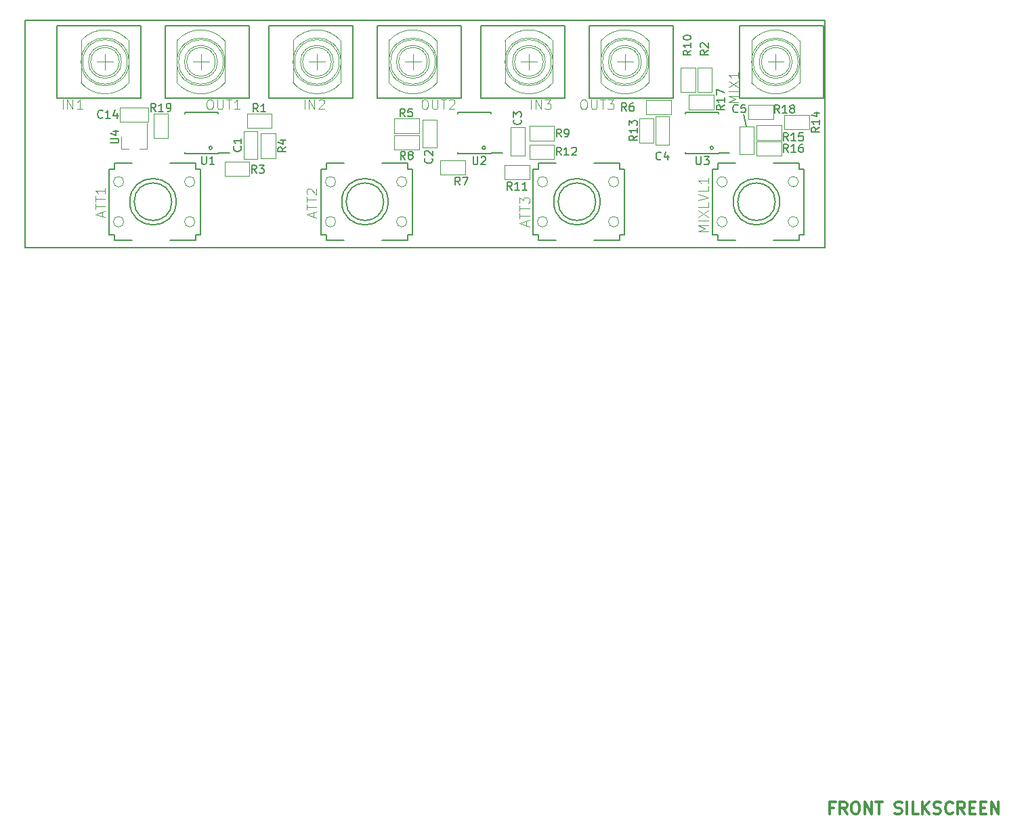
<source format=gto>
G04 #@! TF.GenerationSoftware,KiCad,Pcbnew,(5.0.1)-3*
G04 #@! TF.CreationDate,2019-07-10T07:46:58-07:00*
G04 #@! TF.ProjectId,active_3attMix_v2,6163746976655F336174744D69785F76,V3*
G04 #@! TF.SameCoordinates,Original*
G04 #@! TF.FileFunction,Legend,Top*
G04 #@! TF.FilePolarity,Positive*
%FSLAX46Y46*%
G04 Gerber Fmt 4.6, Leading zero omitted, Abs format (unit mm)*
G04 Created by KiCad (PCBNEW (5.0.1)-3) date 7/10/2019 7:46:58 AM*
%MOMM*%
%LPD*%
G01*
G04 APERTURE LIST*
%ADD10C,0.300000*%
%ADD11C,0.200000*%
%ADD12C,0.150000*%
%ADD13C,0.101600*%
%ADD14C,0.127000*%
%ADD15C,0.120000*%
%ADD16C,0.100000*%
%ADD17C,0.203200*%
%ADD18C,0.096520*%
G04 APERTURE END LIST*
D10*
X199616642Y-189313357D02*
X199116642Y-189313357D01*
X199116642Y-190099071D02*
X199116642Y-188599071D01*
X199830928Y-188599071D01*
X201259500Y-190099071D02*
X200759500Y-189384785D01*
X200402357Y-190099071D02*
X200402357Y-188599071D01*
X200973785Y-188599071D01*
X201116642Y-188670500D01*
X201188071Y-188741928D01*
X201259500Y-188884785D01*
X201259500Y-189099071D01*
X201188071Y-189241928D01*
X201116642Y-189313357D01*
X200973785Y-189384785D01*
X200402357Y-189384785D01*
X202188071Y-188599071D02*
X202473785Y-188599071D01*
X202616642Y-188670500D01*
X202759500Y-188813357D01*
X202830928Y-189099071D01*
X202830928Y-189599071D01*
X202759500Y-189884785D01*
X202616642Y-190027642D01*
X202473785Y-190099071D01*
X202188071Y-190099071D01*
X202045214Y-190027642D01*
X201902357Y-189884785D01*
X201830928Y-189599071D01*
X201830928Y-189099071D01*
X201902357Y-188813357D01*
X202045214Y-188670500D01*
X202188071Y-188599071D01*
X203473785Y-190099071D02*
X203473785Y-188599071D01*
X204330928Y-190099071D01*
X204330928Y-188599071D01*
X204830928Y-188599071D02*
X205688071Y-188599071D01*
X205259500Y-190099071D02*
X205259500Y-188599071D01*
X207259500Y-190027642D02*
X207473785Y-190099071D01*
X207830928Y-190099071D01*
X207973785Y-190027642D01*
X208045214Y-189956214D01*
X208116642Y-189813357D01*
X208116642Y-189670500D01*
X208045214Y-189527642D01*
X207973785Y-189456214D01*
X207830928Y-189384785D01*
X207545214Y-189313357D01*
X207402357Y-189241928D01*
X207330928Y-189170500D01*
X207259500Y-189027642D01*
X207259500Y-188884785D01*
X207330928Y-188741928D01*
X207402357Y-188670500D01*
X207545214Y-188599071D01*
X207902357Y-188599071D01*
X208116642Y-188670500D01*
X208759500Y-190099071D02*
X208759500Y-188599071D01*
X210188071Y-190099071D02*
X209473785Y-190099071D01*
X209473785Y-188599071D01*
X210688071Y-190099071D02*
X210688071Y-188599071D01*
X211545214Y-190099071D02*
X210902357Y-189241928D01*
X211545214Y-188599071D02*
X210688071Y-189456214D01*
X212116642Y-190027642D02*
X212330928Y-190099071D01*
X212688071Y-190099071D01*
X212830928Y-190027642D01*
X212902357Y-189956214D01*
X212973785Y-189813357D01*
X212973785Y-189670500D01*
X212902357Y-189527642D01*
X212830928Y-189456214D01*
X212688071Y-189384785D01*
X212402357Y-189313357D01*
X212259500Y-189241928D01*
X212188071Y-189170500D01*
X212116642Y-189027642D01*
X212116642Y-188884785D01*
X212188071Y-188741928D01*
X212259500Y-188670500D01*
X212402357Y-188599071D01*
X212759500Y-188599071D01*
X212973785Y-188670500D01*
X214473785Y-189956214D02*
X214402357Y-190027642D01*
X214188071Y-190099071D01*
X214045214Y-190099071D01*
X213830928Y-190027642D01*
X213688071Y-189884785D01*
X213616642Y-189741928D01*
X213545214Y-189456214D01*
X213545214Y-189241928D01*
X213616642Y-188956214D01*
X213688071Y-188813357D01*
X213830928Y-188670500D01*
X214045214Y-188599071D01*
X214188071Y-188599071D01*
X214402357Y-188670500D01*
X214473785Y-188741928D01*
X215973785Y-190099071D02*
X215473785Y-189384785D01*
X215116642Y-190099071D02*
X215116642Y-188599071D01*
X215688071Y-188599071D01*
X215830928Y-188670500D01*
X215902357Y-188741928D01*
X215973785Y-188884785D01*
X215973785Y-189099071D01*
X215902357Y-189241928D01*
X215830928Y-189313357D01*
X215688071Y-189384785D01*
X215116642Y-189384785D01*
X216616642Y-189313357D02*
X217116642Y-189313357D01*
X217330928Y-190099071D02*
X216616642Y-190099071D01*
X216616642Y-188599071D01*
X217330928Y-188599071D01*
X217973785Y-189313357D02*
X218473785Y-189313357D01*
X218688071Y-190099071D02*
X217973785Y-190099071D01*
X217973785Y-188599071D01*
X218688071Y-188599071D01*
X219330928Y-190099071D02*
X219330928Y-188599071D01*
X220188071Y-190099071D01*
X220188071Y-188599071D01*
D11*
X121900000Y-106750000D02*
G75*
G03X121900000Y-106750000I-200000J0D01*
G01*
X156050000Y-106750000D02*
G75*
G03X156050000Y-106750000I-200000J0D01*
G01*
X184550000Y-106750000D02*
G75*
G03X184550000Y-106750000I-200000J0D01*
G01*
X188300000Y-102600000D02*
X188650000Y-104100000D01*
D12*
X98501100Y-119238600D02*
X198501100Y-119238600D01*
X198501100Y-119238600D02*
X198501100Y-90768600D01*
X198501100Y-90768600D02*
X98501100Y-90768600D01*
X98501100Y-90768600D02*
X98501100Y-119238600D01*
D13*
G04 #@! TO.C,IN1*
X105510217Y-93353137D02*
G75*
G02X111494000Y-93372000I2983751J-2591963D01*
G01*
X111290600Y-96000000D02*
G75*
G03X111290600Y-96000000I-2790600J0D01*
G01*
X111501600Y-95990000D02*
G75*
G03X111501600Y-95990000I-2991600J0D01*
G01*
X111489751Y-98646865D02*
G75*
G02X105496000Y-98608000I-2980102J2606266D01*
G01*
X110560200Y-96000000D02*
G75*
G03X110560200Y-96000000I-2060200J0D01*
G01*
X108500000Y-97000000D02*
X108500000Y-95000000D01*
X107500000Y-96000000D02*
X109500000Y-96000000D01*
X110300200Y-96000000D02*
G75*
G03X110300200Y-96000000I-1800200J0D01*
G01*
X111500000Y-98631000D02*
X111500000Y-93380000D01*
X105500000Y-98631000D02*
X105500000Y-93380000D01*
D14*
X102505600Y-100495800D02*
X102505600Y-91504200D01*
X112995800Y-100495800D02*
X102505600Y-100495800D01*
X112995800Y-91504200D02*
X112995800Y-100495800D01*
X102505600Y-91504200D02*
X112995800Y-91504200D01*
D13*
G04 #@! TO.C,OUT1*
X123489783Y-98646863D02*
G75*
G02X117506000Y-98628000I-2983751J2591963D01*
G01*
X123290600Y-96000000D02*
G75*
G03X123290600Y-96000000I-2790600J0D01*
G01*
X123481600Y-96010000D02*
G75*
G03X123481600Y-96010000I-2991600J0D01*
G01*
X117510249Y-93353135D02*
G75*
G02X123504000Y-93392000I2980102J-2606266D01*
G01*
X122560200Y-96000000D02*
G75*
G03X122560200Y-96000000I-2060200J0D01*
G01*
X120500000Y-95000000D02*
X120500000Y-97000000D01*
X121500000Y-96000000D02*
X119500000Y-96000000D01*
X122300200Y-96000000D02*
G75*
G03X122300200Y-96000000I-1800200J0D01*
G01*
X117500000Y-93369000D02*
X117500000Y-98620000D01*
X123500000Y-93369000D02*
X123500000Y-98620000D01*
D14*
X126494400Y-91504200D02*
X126494400Y-100495800D01*
X116004200Y-91504200D02*
X126494400Y-91504200D01*
X116004200Y-100495800D02*
X116004200Y-91504200D01*
X126494400Y-100495800D02*
X116004200Y-100495800D01*
D13*
G04 #@! TO.C,IN2*
X132010217Y-93353137D02*
G75*
G02X137994000Y-93372000I2983751J-2591963D01*
G01*
X137790600Y-96000000D02*
G75*
G03X137790600Y-96000000I-2790600J0D01*
G01*
X138001600Y-95990000D02*
G75*
G03X138001600Y-95990000I-2991600J0D01*
G01*
X137989751Y-98646865D02*
G75*
G02X131996000Y-98608000I-2980102J2606266D01*
G01*
X137060200Y-96000000D02*
G75*
G03X137060200Y-96000000I-2060200J0D01*
G01*
X135000000Y-97000000D02*
X135000000Y-95000000D01*
X134000000Y-96000000D02*
X136000000Y-96000000D01*
X136800200Y-96000000D02*
G75*
G03X136800200Y-96000000I-1800200J0D01*
G01*
X138000000Y-98631000D02*
X138000000Y-93380000D01*
X132000000Y-98631000D02*
X132000000Y-93380000D01*
D14*
X129005600Y-100495800D02*
X129005600Y-91504200D01*
X139495800Y-100495800D02*
X129005600Y-100495800D01*
X139495800Y-91504200D02*
X139495800Y-100495800D01*
X129005600Y-91504200D02*
X139495800Y-91504200D01*
D13*
G04 #@! TO.C,OUT2*
X149989783Y-98646863D02*
G75*
G02X144006000Y-98628000I-2983751J2591963D01*
G01*
X149790600Y-96000000D02*
G75*
G03X149790600Y-96000000I-2790600J0D01*
G01*
X149981600Y-96010000D02*
G75*
G03X149981600Y-96010000I-2991600J0D01*
G01*
X144010249Y-93353135D02*
G75*
G02X150004000Y-93392000I2980102J-2606266D01*
G01*
X149060200Y-96000000D02*
G75*
G03X149060200Y-96000000I-2060200J0D01*
G01*
X147000000Y-95000000D02*
X147000000Y-97000000D01*
X148000000Y-96000000D02*
X146000000Y-96000000D01*
X148800200Y-96000000D02*
G75*
G03X148800200Y-96000000I-1800200J0D01*
G01*
X144000000Y-93369000D02*
X144000000Y-98620000D01*
X150000000Y-93369000D02*
X150000000Y-98620000D01*
D14*
X152994400Y-91504200D02*
X152994400Y-100495800D01*
X142504200Y-91504200D02*
X152994400Y-91504200D01*
X142504200Y-100495800D02*
X142504200Y-91504200D01*
X152994400Y-100495800D02*
X142504200Y-100495800D01*
D13*
G04 #@! TO.C,IN3*
X158510217Y-93353137D02*
G75*
G02X164494000Y-93372000I2983751J-2591963D01*
G01*
X164290600Y-96000000D02*
G75*
G03X164290600Y-96000000I-2790600J0D01*
G01*
X164501600Y-95990000D02*
G75*
G03X164501600Y-95990000I-2991600J0D01*
G01*
X164489751Y-98646865D02*
G75*
G02X158496000Y-98608000I-2980102J2606266D01*
G01*
X163560200Y-96000000D02*
G75*
G03X163560200Y-96000000I-2060200J0D01*
G01*
X161500000Y-97000000D02*
X161500000Y-95000000D01*
X160500000Y-96000000D02*
X162500000Y-96000000D01*
X163300200Y-96000000D02*
G75*
G03X163300200Y-96000000I-1800200J0D01*
G01*
X164500000Y-98631000D02*
X164500000Y-93380000D01*
X158500000Y-98631000D02*
X158500000Y-93380000D01*
D14*
X155505600Y-100495800D02*
X155505600Y-91504200D01*
X165995800Y-100495800D02*
X155505600Y-100495800D01*
X165995800Y-91504200D02*
X165995800Y-100495800D01*
X155505600Y-91504200D02*
X165995800Y-91504200D01*
D13*
G04 #@! TO.C,OUT3*
X176489783Y-98646863D02*
G75*
G02X170506000Y-98628000I-2983751J2591963D01*
G01*
X176290600Y-96000000D02*
G75*
G03X176290600Y-96000000I-2790600J0D01*
G01*
X176481600Y-96010000D02*
G75*
G03X176481600Y-96010000I-2991600J0D01*
G01*
X170510249Y-93353135D02*
G75*
G02X176504000Y-93392000I2980102J-2606266D01*
G01*
X175560200Y-96000000D02*
G75*
G03X175560200Y-96000000I-2060200J0D01*
G01*
X173500000Y-95000000D02*
X173500000Y-97000000D01*
X174500000Y-96000000D02*
X172500000Y-96000000D01*
X175300200Y-96000000D02*
G75*
G03X175300200Y-96000000I-1800200J0D01*
G01*
X170500000Y-93369000D02*
X170500000Y-98620000D01*
X176500000Y-93369000D02*
X176500000Y-98620000D01*
D14*
X179494400Y-91504200D02*
X179494400Y-100495800D01*
X169004200Y-91504200D02*
X179494400Y-91504200D01*
X169004200Y-100495800D02*
X169004200Y-91504200D01*
X179494400Y-100495800D02*
X169004200Y-100495800D01*
D13*
G04 #@! TO.C,MIX1*
X195339783Y-98646863D02*
G75*
G02X189356000Y-98628000I-2983751J2591963D01*
G01*
X195140600Y-96000000D02*
G75*
G03X195140600Y-96000000I-2790600J0D01*
G01*
X195331600Y-96010000D02*
G75*
G03X195331600Y-96010000I-2991600J0D01*
G01*
X189360249Y-93353135D02*
G75*
G02X195354000Y-93392000I2980102J-2606266D01*
G01*
X194410200Y-96000000D02*
G75*
G03X194410200Y-96000000I-2060200J0D01*
G01*
X192350000Y-95000000D02*
X192350000Y-97000000D01*
X193350000Y-96000000D02*
X191350000Y-96000000D01*
X194150200Y-96000000D02*
G75*
G03X194150200Y-96000000I-1800200J0D01*
G01*
X189350000Y-93369000D02*
X189350000Y-98620000D01*
X195350000Y-93369000D02*
X195350000Y-98620000D01*
D14*
X198344400Y-91504200D02*
X198344400Y-100495800D01*
X187854200Y-91504200D02*
X198344400Y-91504200D01*
X187854200Y-100495800D02*
X187854200Y-91504200D01*
X198344400Y-100495800D02*
X187854200Y-100495800D01*
D15*
G04 #@! TO.C,U4*
X110570000Y-106860000D02*
X111500000Y-106860000D01*
X113730000Y-106860000D02*
X112800000Y-106860000D01*
X113730000Y-106860000D02*
X113730000Y-103700000D01*
X110570000Y-106860000D02*
X110570000Y-105400000D01*
D12*
G04 #@! TO.C,U1*
X122675000Y-107475000D02*
X122675000Y-107425000D01*
X118525000Y-107475000D02*
X118525000Y-107330000D01*
X118525000Y-102325000D02*
X118525000Y-102470000D01*
X122675000Y-102325000D02*
X122675000Y-102470000D01*
X122675000Y-107475000D02*
X118525000Y-107475000D01*
X122675000Y-102325000D02*
X118525000Y-102325000D01*
X122675000Y-107425000D02*
X124075000Y-107425000D01*
G04 #@! TO.C,U2*
X156775000Y-107475000D02*
X156775000Y-107425000D01*
X152625000Y-107475000D02*
X152625000Y-107330000D01*
X152625000Y-102325000D02*
X152625000Y-102470000D01*
X156775000Y-102325000D02*
X156775000Y-102470000D01*
X156775000Y-107475000D02*
X152625000Y-107475000D01*
X156775000Y-102325000D02*
X152625000Y-102325000D01*
X156775000Y-107425000D02*
X158175000Y-107425000D01*
G04 #@! TO.C,U3*
X185175000Y-107475000D02*
X185175000Y-107425000D01*
X181025000Y-107475000D02*
X181025000Y-107330000D01*
X181025000Y-102325000D02*
X181025000Y-102470000D01*
X185175000Y-102325000D02*
X185175000Y-102470000D01*
X185175000Y-107475000D02*
X181025000Y-107475000D01*
X185175000Y-102325000D02*
X181025000Y-102325000D01*
X185175000Y-107425000D02*
X186575000Y-107425000D01*
D16*
G04 #@! TO.C,C1*
X127570000Y-104650000D02*
X125820000Y-104650000D01*
X125820000Y-108150000D02*
X125820000Y-104650000D01*
X127570000Y-104650000D02*
X127570000Y-108150000D01*
X125820000Y-108150000D02*
X127570000Y-108150000D01*
G04 #@! TO.C,C2*
X149970000Y-103250000D02*
X148220000Y-103250000D01*
X148220000Y-106750000D02*
X148220000Y-103250000D01*
X149970000Y-103250000D02*
X149970000Y-106750000D01*
X148220000Y-106750000D02*
X149970000Y-106750000D01*
G04 #@! TO.C,C3*
X160970000Y-104200000D02*
X159220000Y-104200000D01*
X159220000Y-107700000D02*
X159220000Y-104200000D01*
X160970000Y-104200000D02*
X160970000Y-107700000D01*
X159220000Y-107700000D02*
X160970000Y-107700000D01*
G04 #@! TO.C,C4*
X179070000Y-102850000D02*
X177320000Y-102850000D01*
X177320000Y-106350000D02*
X177320000Y-102850000D01*
X179070000Y-102850000D02*
X179070000Y-106350000D01*
X177320000Y-106350000D02*
X179070000Y-106350000D01*
G04 #@! TO.C,C5*
X189570000Y-104100000D02*
X187820000Y-104100000D01*
X187820000Y-107600000D02*
X187820000Y-104100000D01*
X189570000Y-104100000D02*
X189570000Y-107600000D01*
X187820000Y-107600000D02*
X189570000Y-107600000D01*
G04 #@! TO.C,C14*
X110400000Y-101730000D02*
X110400000Y-103480000D01*
X113900000Y-103480000D02*
X110400000Y-103480000D01*
X110400000Y-101730000D02*
X113900000Y-101730000D01*
X113900000Y-103480000D02*
X113900000Y-101730000D01*
D17*
G04 #@! TO.C,MIXLVL1*
X184450000Y-117600000D02*
X184450000Y-109400000D01*
X195850000Y-109400000D02*
X195850000Y-117600000D01*
X185100000Y-117600000D02*
X185100000Y-118350000D01*
X184450000Y-117600000D02*
X185100000Y-117600000D01*
X195300000Y-117600000D02*
X195850000Y-117600000D01*
X195300000Y-118350000D02*
X195300000Y-117600000D01*
X195300000Y-109400000D02*
X195300000Y-108650000D01*
X195850000Y-109400000D02*
X195300000Y-109400000D01*
X185100000Y-109400000D02*
X184450000Y-109400000D01*
X185100000Y-108650000D02*
X185100000Y-109400000D01*
X187300000Y-118350000D02*
X185100000Y-118350000D01*
X195300000Y-118350000D02*
X192100000Y-118350000D01*
X185100000Y-108650000D02*
X187300000Y-108650000D01*
X192100000Y-108650000D02*
X195300000Y-108650000D01*
D13*
X195200000Y-116000000D02*
G75*
G03X195200000Y-116000000I-650000J0D01*
G01*
X195200000Y-111000000D02*
G75*
G03X195200000Y-111000000I-650000J0D01*
G01*
X186300000Y-116000000D02*
G75*
G03X186300000Y-116000000I-650000J0D01*
G01*
X186300000Y-111000000D02*
G75*
G03X186300000Y-111000000I-650000J0D01*
G01*
D17*
X192850000Y-113500000D02*
G75*
G03X192850000Y-113500000I-2900000J0D01*
G01*
X192300100Y-113500000D02*
G75*
G03X192300100Y-113500000I-2350100J0D01*
G01*
G04 #@! TO.C,ATT3*
X162000000Y-117600000D02*
X162000000Y-109400000D01*
X173400000Y-109400000D02*
X173400000Y-117600000D01*
X162650000Y-117600000D02*
X162650000Y-118350000D01*
X162000000Y-117600000D02*
X162650000Y-117600000D01*
X172850000Y-117600000D02*
X173400000Y-117600000D01*
X172850000Y-118350000D02*
X172850000Y-117600000D01*
X172850000Y-109400000D02*
X172850000Y-108650000D01*
X173400000Y-109400000D02*
X172850000Y-109400000D01*
X162650000Y-109400000D02*
X162000000Y-109400000D01*
X162650000Y-108650000D02*
X162650000Y-109400000D01*
X164850000Y-118350000D02*
X162650000Y-118350000D01*
X172850000Y-118350000D02*
X169650000Y-118350000D01*
X162650000Y-108650000D02*
X164850000Y-108650000D01*
X169650000Y-108650000D02*
X172850000Y-108650000D01*
D13*
X172750000Y-116000000D02*
G75*
G03X172750000Y-116000000I-650000J0D01*
G01*
X172750000Y-111000000D02*
G75*
G03X172750000Y-111000000I-650000J0D01*
G01*
X163850000Y-116000000D02*
G75*
G03X163850000Y-116000000I-650000J0D01*
G01*
X163850000Y-111000000D02*
G75*
G03X163850000Y-111000000I-650000J0D01*
G01*
D17*
X170400000Y-113500000D02*
G75*
G03X170400000Y-113500000I-2900000J0D01*
G01*
X169850100Y-113500000D02*
G75*
G03X169850100Y-113500000I-2350100J0D01*
G01*
G04 #@! TO.C,ATT2*
X135500000Y-117600000D02*
X135500000Y-109400000D01*
X146900000Y-109400000D02*
X146900000Y-117600000D01*
X136150000Y-117600000D02*
X136150000Y-118350000D01*
X135500000Y-117600000D02*
X136150000Y-117600000D01*
X146350000Y-117600000D02*
X146900000Y-117600000D01*
X146350000Y-118350000D02*
X146350000Y-117600000D01*
X146350000Y-109400000D02*
X146350000Y-108650000D01*
X146900000Y-109400000D02*
X146350000Y-109400000D01*
X136150000Y-109400000D02*
X135500000Y-109400000D01*
X136150000Y-108650000D02*
X136150000Y-109400000D01*
X138350000Y-118350000D02*
X136150000Y-118350000D01*
X146350000Y-118350000D02*
X143150000Y-118350000D01*
X136150000Y-108650000D02*
X138350000Y-108650000D01*
X143150000Y-108650000D02*
X146350000Y-108650000D01*
D13*
X146250000Y-116000000D02*
G75*
G03X146250000Y-116000000I-650000J0D01*
G01*
X146250000Y-111000000D02*
G75*
G03X146250000Y-111000000I-650000J0D01*
G01*
X137350000Y-116000000D02*
G75*
G03X137350000Y-116000000I-650000J0D01*
G01*
X137350000Y-111000000D02*
G75*
G03X137350000Y-111000000I-650000J0D01*
G01*
D17*
X143900000Y-113500000D02*
G75*
G03X143900000Y-113500000I-2900000J0D01*
G01*
X143350100Y-113500000D02*
G75*
G03X143350100Y-113500000I-2350100J0D01*
G01*
G04 #@! TO.C,ATT1*
X109000000Y-117600000D02*
X109000000Y-109400000D01*
X120400000Y-109400000D02*
X120400000Y-117600000D01*
X109650000Y-117600000D02*
X109650000Y-118350000D01*
X109000000Y-117600000D02*
X109650000Y-117600000D01*
X119850000Y-117600000D02*
X120400000Y-117600000D01*
X119850000Y-118350000D02*
X119850000Y-117600000D01*
X119850000Y-109400000D02*
X119850000Y-108650000D01*
X120400000Y-109400000D02*
X119850000Y-109400000D01*
X109650000Y-109400000D02*
X109000000Y-109400000D01*
X109650000Y-108650000D02*
X109650000Y-109400000D01*
X111850000Y-118350000D02*
X109650000Y-118350000D01*
X119850000Y-118350000D02*
X116650000Y-118350000D01*
X109650000Y-108650000D02*
X111850000Y-108650000D01*
X116650000Y-108650000D02*
X119850000Y-108650000D01*
D13*
X119750000Y-116000000D02*
G75*
G03X119750000Y-116000000I-650000J0D01*
G01*
X119750000Y-111000000D02*
G75*
G03X119750000Y-111000000I-650000J0D01*
G01*
X110850000Y-116000000D02*
G75*
G03X110850000Y-116000000I-650000J0D01*
G01*
X110850000Y-111000000D02*
G75*
G03X110850000Y-111000000I-650000J0D01*
G01*
D17*
X117400000Y-113500000D02*
G75*
G03X117400000Y-113500000I-2900000J0D01*
G01*
X116850100Y-113500000D02*
G75*
G03X116850100Y-113500000I-2350100J0D01*
G01*
D16*
G04 #@! TO.C,R19*
X114600000Y-105550000D02*
X116400000Y-105550000D01*
X114600000Y-105550000D02*
X114600000Y-102450000D01*
X116400000Y-102450000D02*
X114600000Y-102450000D01*
X116400000Y-102450000D02*
X116400000Y-105550000D01*
G04 #@! TO.C,R18*
X188950000Y-101350000D02*
X188950000Y-103150000D01*
X188950000Y-101350000D02*
X192050000Y-101350000D01*
X192050000Y-103150000D02*
X192050000Y-101350000D01*
X192050000Y-103150000D02*
X188950000Y-103150000D01*
G04 #@! TO.C,R17*
X181500000Y-100150000D02*
X181500000Y-101950000D01*
X181500000Y-100150000D02*
X184600000Y-100150000D01*
X184600000Y-101950000D02*
X184600000Y-100150000D01*
X184600000Y-101950000D02*
X181500000Y-101950000D01*
G04 #@! TO.C,R16*
X189950000Y-105950000D02*
X189950000Y-107750000D01*
X189950000Y-105950000D02*
X193050000Y-105950000D01*
X193050000Y-107750000D02*
X193050000Y-105950000D01*
X193050000Y-107750000D02*
X189950000Y-107750000D01*
G04 #@! TO.C,R15*
X189950000Y-103950000D02*
X189950000Y-105750000D01*
X189950000Y-103950000D02*
X193050000Y-103950000D01*
X193050000Y-105750000D02*
X193050000Y-103950000D01*
X193050000Y-105750000D02*
X189950000Y-105750000D01*
G04 #@! TO.C,R14*
X196550000Y-104450000D02*
X196550000Y-102650000D01*
X196550000Y-104450000D02*
X193450000Y-104450000D01*
X193450000Y-102650000D02*
X193450000Y-104450000D01*
X193450000Y-102650000D02*
X196550000Y-102650000D01*
G04 #@! TO.C,R13*
X177100000Y-103050000D02*
X175300000Y-103050000D01*
X177100000Y-103050000D02*
X177100000Y-106150000D01*
X175300000Y-106150000D02*
X177100000Y-106150000D01*
X175300000Y-106150000D02*
X175300000Y-103050000D01*
G04 #@! TO.C,R12*
X161550000Y-106350000D02*
X161550000Y-108150000D01*
X161550000Y-106350000D02*
X164650000Y-106350000D01*
X164650000Y-108150000D02*
X164650000Y-106350000D01*
X164650000Y-108150000D02*
X161550000Y-108150000D01*
G04 #@! TO.C,R11*
X161550000Y-110700000D02*
X161550000Y-108900000D01*
X161550000Y-110700000D02*
X158450000Y-110700000D01*
X158450000Y-108900000D02*
X158450000Y-110700000D01*
X158450000Y-108900000D02*
X161550000Y-108900000D01*
G04 #@! TO.C,R10*
X180500000Y-99800000D02*
X182300000Y-99800000D01*
X180500000Y-99800000D02*
X180500000Y-96700000D01*
X182300000Y-96700000D02*
X180500000Y-96700000D01*
X182300000Y-96700000D02*
X182300000Y-99800000D01*
G04 #@! TO.C,R9*
X161550000Y-104050000D02*
X161550000Y-105850000D01*
X161550000Y-104050000D02*
X164650000Y-104050000D01*
X164650000Y-105850000D02*
X164650000Y-104050000D01*
X164650000Y-105850000D02*
X161550000Y-105850000D01*
G04 #@! TO.C,R8*
X147750000Y-107000000D02*
X147750000Y-105200000D01*
X147750000Y-107000000D02*
X144650000Y-107000000D01*
X144650000Y-105200000D02*
X144650000Y-107000000D01*
X144650000Y-105200000D02*
X147750000Y-105200000D01*
G04 #@! TO.C,R7*
X150450000Y-108300000D02*
X150450000Y-110100000D01*
X150450000Y-108300000D02*
X153550000Y-108300000D01*
X153550000Y-110100000D02*
X153550000Y-108300000D01*
X153550000Y-110100000D02*
X150450000Y-110100000D01*
G04 #@! TO.C,R5*
X147750000Y-104900000D02*
X147750000Y-103100000D01*
X147750000Y-104900000D02*
X144650000Y-104900000D01*
X144650000Y-103100000D02*
X144650000Y-104900000D01*
X144650000Y-103100000D02*
X147750000Y-103100000D01*
G04 #@! TO.C,R4*
X128000000Y-108050000D02*
X129800000Y-108050000D01*
X128000000Y-108050000D02*
X128000000Y-104950000D01*
X129800000Y-104950000D02*
X128000000Y-104950000D01*
X129800000Y-104950000D02*
X129800000Y-108050000D01*
G04 #@! TO.C,R3*
X126550000Y-110300000D02*
X126550000Y-108500000D01*
X126550000Y-110300000D02*
X123450000Y-110300000D01*
X123450000Y-108500000D02*
X123450000Y-110300000D01*
X123450000Y-108500000D02*
X126550000Y-108500000D01*
G04 #@! TO.C,R2*
X182600000Y-99800000D02*
X184400000Y-99800000D01*
X182600000Y-99800000D02*
X182600000Y-96700000D01*
X184400000Y-96700000D02*
X182600000Y-96700000D01*
X184400000Y-96700000D02*
X184400000Y-99800000D01*
G04 #@! TO.C,R1*
X126250000Y-102500000D02*
X126250000Y-104300000D01*
X126250000Y-102500000D02*
X129350000Y-102500000D01*
X129350000Y-104300000D02*
X129350000Y-102500000D01*
X129350000Y-104300000D02*
X126250000Y-104300000D01*
G04 #@! TO.C,R6*
X179250000Y-102550000D02*
X179250000Y-100750000D01*
X179250000Y-102550000D02*
X176150000Y-102550000D01*
X176150000Y-100750000D02*
X176150000Y-102550000D01*
X176150000Y-100750000D02*
X179250000Y-100750000D01*
G04 #@! TD*
G04 #@! TO.C,IN1*
D13*
X103215198Y-101923547D02*
X103215198Y-100717047D01*
X103789721Y-101923547D02*
X103789721Y-100717047D01*
X104479150Y-101923547D01*
X104479150Y-100717047D01*
X105685650Y-101923547D02*
X104996221Y-101923547D01*
X105340936Y-101923547D02*
X105340936Y-100717047D01*
X105226031Y-100889404D01*
X105111126Y-101004309D01*
X104996221Y-101061761D01*
G04 #@! TO.C,OUT1*
X121521340Y-100717047D02*
X121751150Y-100717047D01*
X121866055Y-100774500D01*
X121980960Y-100889404D01*
X122038412Y-101119214D01*
X122038412Y-101521380D01*
X121980960Y-101751190D01*
X121866055Y-101866095D01*
X121751150Y-101923547D01*
X121521340Y-101923547D01*
X121406436Y-101866095D01*
X121291531Y-101751190D01*
X121234079Y-101521380D01*
X121234079Y-101119214D01*
X121291531Y-100889404D01*
X121406436Y-100774500D01*
X121521340Y-100717047D01*
X122555483Y-100717047D02*
X122555483Y-101693738D01*
X122612936Y-101808642D01*
X122670388Y-101866095D01*
X122785293Y-101923547D01*
X123015102Y-101923547D01*
X123130007Y-101866095D01*
X123187460Y-101808642D01*
X123244912Y-101693738D01*
X123244912Y-100717047D01*
X123647079Y-100717047D02*
X124336507Y-100717047D01*
X123991793Y-101923547D02*
X123991793Y-100717047D01*
X125370650Y-101923547D02*
X124681221Y-101923547D01*
X125025936Y-101923547D02*
X125025936Y-100717047D01*
X124911031Y-100889404D01*
X124796126Y-101004309D01*
X124681221Y-101061761D01*
G04 #@! TO.C,IN2*
X133441198Y-101923547D02*
X133441198Y-100717047D01*
X134015721Y-101923547D02*
X134015721Y-100717047D01*
X134705150Y-101923547D01*
X134705150Y-100717047D01*
X135222221Y-100831952D02*
X135279674Y-100774500D01*
X135394579Y-100717047D01*
X135681840Y-100717047D01*
X135796745Y-100774500D01*
X135854198Y-100831952D01*
X135911650Y-100946857D01*
X135911650Y-101061761D01*
X135854198Y-101234119D01*
X135164769Y-101923547D01*
X135911650Y-101923547D01*
G04 #@! TO.C,OUT2*
X148381840Y-100717047D02*
X148611650Y-100717047D01*
X148726555Y-100774500D01*
X148841460Y-100889404D01*
X148898912Y-101119214D01*
X148898912Y-101521380D01*
X148841460Y-101751190D01*
X148726555Y-101866095D01*
X148611650Y-101923547D01*
X148381840Y-101923547D01*
X148266936Y-101866095D01*
X148152031Y-101751190D01*
X148094579Y-101521380D01*
X148094579Y-101119214D01*
X148152031Y-100889404D01*
X148266936Y-100774500D01*
X148381840Y-100717047D01*
X149415983Y-100717047D02*
X149415983Y-101693738D01*
X149473436Y-101808642D01*
X149530888Y-101866095D01*
X149645793Y-101923547D01*
X149875602Y-101923547D01*
X149990507Y-101866095D01*
X150047960Y-101808642D01*
X150105412Y-101693738D01*
X150105412Y-100717047D01*
X150507579Y-100717047D02*
X151197007Y-100717047D01*
X150852293Y-101923547D02*
X150852293Y-100717047D01*
X151541721Y-100831952D02*
X151599174Y-100774500D01*
X151714079Y-100717047D01*
X152001340Y-100717047D01*
X152116245Y-100774500D01*
X152173698Y-100831952D01*
X152231150Y-100946857D01*
X152231150Y-101061761D01*
X152173698Y-101234119D01*
X151484269Y-101923547D01*
X152231150Y-101923547D01*
G04 #@! TO.C,IN3*
X161762198Y-101923547D02*
X161762198Y-100717047D01*
X162336721Y-101923547D02*
X162336721Y-100717047D01*
X163026150Y-101923547D01*
X163026150Y-100717047D01*
X163485769Y-100717047D02*
X164232650Y-100717047D01*
X163830483Y-101176666D01*
X164002840Y-101176666D01*
X164117745Y-101234119D01*
X164175198Y-101291571D01*
X164232650Y-101406476D01*
X164232650Y-101693738D01*
X164175198Y-101808642D01*
X164117745Y-101866095D01*
X164002840Y-101923547D01*
X163658126Y-101923547D01*
X163543221Y-101866095D01*
X163485769Y-101808642D01*
G04 #@! TO.C,OUT3*
X168257340Y-100717047D02*
X168487150Y-100717047D01*
X168602055Y-100774500D01*
X168716960Y-100889404D01*
X168774412Y-101119214D01*
X168774412Y-101521380D01*
X168716960Y-101751190D01*
X168602055Y-101866095D01*
X168487150Y-101923547D01*
X168257340Y-101923547D01*
X168142436Y-101866095D01*
X168027531Y-101751190D01*
X167970079Y-101521380D01*
X167970079Y-101119214D01*
X168027531Y-100889404D01*
X168142436Y-100774500D01*
X168257340Y-100717047D01*
X169291483Y-100717047D02*
X169291483Y-101693738D01*
X169348936Y-101808642D01*
X169406388Y-101866095D01*
X169521293Y-101923547D01*
X169751102Y-101923547D01*
X169866007Y-101866095D01*
X169923460Y-101808642D01*
X169980912Y-101693738D01*
X169980912Y-100717047D01*
X170383079Y-100717047D02*
X171072507Y-100717047D01*
X170727793Y-101923547D02*
X170727793Y-100717047D01*
X171359769Y-100717047D02*
X172106650Y-100717047D01*
X171704483Y-101176666D01*
X171876840Y-101176666D01*
X171991745Y-101234119D01*
X172049198Y-101291571D01*
X172106650Y-101406476D01*
X172106650Y-101693738D01*
X172049198Y-101808642D01*
X171991745Y-101866095D01*
X171876840Y-101923547D01*
X171532126Y-101923547D01*
X171417221Y-101866095D01*
X171359769Y-101808642D01*
G04 #@! TO.C,MIX1*
X187648547Y-101058254D02*
X186442047Y-101058254D01*
X187303833Y-100656087D01*
X186442047Y-100253920D01*
X187648547Y-100253920D01*
X187648547Y-99679397D02*
X186442047Y-99679397D01*
X186442047Y-99219778D02*
X187648547Y-98415444D01*
X186442047Y-98415444D02*
X187648547Y-99219778D01*
X187648547Y-97323849D02*
X187648547Y-98013278D01*
X187648547Y-97668563D02*
X186442047Y-97668563D01*
X186614404Y-97783468D01*
X186729309Y-97898373D01*
X186786761Y-98013278D01*
G04 #@! TO.C,U4*
D12*
X109202380Y-106161904D02*
X110011904Y-106161904D01*
X110107142Y-106114285D01*
X110154761Y-106066666D01*
X110202380Y-105971428D01*
X110202380Y-105780952D01*
X110154761Y-105685714D01*
X110107142Y-105638095D01*
X110011904Y-105590476D01*
X109202380Y-105590476D01*
X109535714Y-104685714D02*
X110202380Y-104685714D01*
X109154761Y-104923809D02*
X109869047Y-105161904D01*
X109869047Y-104542857D01*
G04 #@! TO.C,U1*
X120588095Y-107802380D02*
X120588095Y-108611904D01*
X120635714Y-108707142D01*
X120683333Y-108754761D01*
X120778571Y-108802380D01*
X120969047Y-108802380D01*
X121064285Y-108754761D01*
X121111904Y-108707142D01*
X121159523Y-108611904D01*
X121159523Y-107802380D01*
X122159523Y-108802380D02*
X121588095Y-108802380D01*
X121873809Y-108802380D02*
X121873809Y-107802380D01*
X121778571Y-107945238D01*
X121683333Y-108040476D01*
X121588095Y-108088095D01*
G04 #@! TO.C,U2*
X154538095Y-107852380D02*
X154538095Y-108661904D01*
X154585714Y-108757142D01*
X154633333Y-108804761D01*
X154728571Y-108852380D01*
X154919047Y-108852380D01*
X155014285Y-108804761D01*
X155061904Y-108757142D01*
X155109523Y-108661904D01*
X155109523Y-107852380D01*
X155538095Y-107947619D02*
X155585714Y-107900000D01*
X155680952Y-107852380D01*
X155919047Y-107852380D01*
X156014285Y-107900000D01*
X156061904Y-107947619D01*
X156109523Y-108042857D01*
X156109523Y-108138095D01*
X156061904Y-108280952D01*
X155490476Y-108852380D01*
X156109523Y-108852380D01*
G04 #@! TO.C,U3*
X182438095Y-107852380D02*
X182438095Y-108661904D01*
X182485714Y-108757142D01*
X182533333Y-108804761D01*
X182628571Y-108852380D01*
X182819047Y-108852380D01*
X182914285Y-108804761D01*
X182961904Y-108757142D01*
X183009523Y-108661904D01*
X183009523Y-107852380D01*
X183390476Y-107852380D02*
X184009523Y-107852380D01*
X183676190Y-108233333D01*
X183819047Y-108233333D01*
X183914285Y-108280952D01*
X183961904Y-108328571D01*
X184009523Y-108423809D01*
X184009523Y-108661904D01*
X183961904Y-108757142D01*
X183914285Y-108804761D01*
X183819047Y-108852380D01*
X183533333Y-108852380D01*
X183438095Y-108804761D01*
X183390476Y-108757142D01*
G04 #@! TO.C,C1*
X125457142Y-106566666D02*
X125504761Y-106614285D01*
X125552380Y-106757142D01*
X125552380Y-106852380D01*
X125504761Y-106995238D01*
X125409523Y-107090476D01*
X125314285Y-107138095D01*
X125123809Y-107185714D01*
X124980952Y-107185714D01*
X124790476Y-107138095D01*
X124695238Y-107090476D01*
X124600000Y-106995238D01*
X124552380Y-106852380D01*
X124552380Y-106757142D01*
X124600000Y-106614285D01*
X124647619Y-106566666D01*
X125552380Y-105614285D02*
X125552380Y-106185714D01*
X125552380Y-105900000D02*
X124552380Y-105900000D01*
X124695238Y-105995238D01*
X124790476Y-106090476D01*
X124838095Y-106185714D01*
G04 #@! TO.C,C2*
X149357142Y-108066666D02*
X149404761Y-108114285D01*
X149452380Y-108257142D01*
X149452380Y-108352380D01*
X149404761Y-108495238D01*
X149309523Y-108590476D01*
X149214285Y-108638095D01*
X149023809Y-108685714D01*
X148880952Y-108685714D01*
X148690476Y-108638095D01*
X148595238Y-108590476D01*
X148500000Y-108495238D01*
X148452380Y-108352380D01*
X148452380Y-108257142D01*
X148500000Y-108114285D01*
X148547619Y-108066666D01*
X148547619Y-107685714D02*
X148500000Y-107638095D01*
X148452380Y-107542857D01*
X148452380Y-107304761D01*
X148500000Y-107209523D01*
X148547619Y-107161904D01*
X148642857Y-107114285D01*
X148738095Y-107114285D01*
X148880952Y-107161904D01*
X149452380Y-107733333D01*
X149452380Y-107114285D01*
G04 #@! TO.C,C3*
X160457142Y-103216666D02*
X160504761Y-103264285D01*
X160552380Y-103407142D01*
X160552380Y-103502380D01*
X160504761Y-103645238D01*
X160409523Y-103740476D01*
X160314285Y-103788095D01*
X160123809Y-103835714D01*
X159980952Y-103835714D01*
X159790476Y-103788095D01*
X159695238Y-103740476D01*
X159600000Y-103645238D01*
X159552380Y-103502380D01*
X159552380Y-103407142D01*
X159600000Y-103264285D01*
X159647619Y-103216666D01*
X159552380Y-102883333D02*
X159552380Y-102264285D01*
X159933333Y-102597619D01*
X159933333Y-102454761D01*
X159980952Y-102359523D01*
X160028571Y-102311904D01*
X160123809Y-102264285D01*
X160361904Y-102264285D01*
X160457142Y-102311904D01*
X160504761Y-102359523D01*
X160552380Y-102454761D01*
X160552380Y-102740476D01*
X160504761Y-102835714D01*
X160457142Y-102883333D01*
G04 #@! TO.C,C4*
X178014333Y-108180142D02*
X177966714Y-108227761D01*
X177823857Y-108275380D01*
X177728619Y-108275380D01*
X177585761Y-108227761D01*
X177490523Y-108132523D01*
X177442904Y-108037285D01*
X177395285Y-107846809D01*
X177395285Y-107703952D01*
X177442904Y-107513476D01*
X177490523Y-107418238D01*
X177585761Y-107323000D01*
X177728619Y-107275380D01*
X177823857Y-107275380D01*
X177966714Y-107323000D01*
X178014333Y-107370619D01*
X178871476Y-107608714D02*
X178871476Y-108275380D01*
X178633380Y-107227761D02*
X178395285Y-107942047D01*
X179014333Y-107942047D01*
G04 #@! TO.C,C5*
X187633333Y-102257142D02*
X187585714Y-102304761D01*
X187442857Y-102352380D01*
X187347619Y-102352380D01*
X187204761Y-102304761D01*
X187109523Y-102209523D01*
X187061904Y-102114285D01*
X187014285Y-101923809D01*
X187014285Y-101780952D01*
X187061904Y-101590476D01*
X187109523Y-101495238D01*
X187204761Y-101400000D01*
X187347619Y-101352380D01*
X187442857Y-101352380D01*
X187585714Y-101400000D01*
X187633333Y-101447619D01*
X188538095Y-101352380D02*
X188061904Y-101352380D01*
X188014285Y-101828571D01*
X188061904Y-101780952D01*
X188157142Y-101733333D01*
X188395238Y-101733333D01*
X188490476Y-101780952D01*
X188538095Y-101828571D01*
X188585714Y-101923809D01*
X188585714Y-102161904D01*
X188538095Y-102257142D01*
X188490476Y-102304761D01*
X188395238Y-102352380D01*
X188157142Y-102352380D01*
X188061904Y-102304761D01*
X188014285Y-102257142D01*
G04 #@! TO.C,C14*
X108207142Y-102957142D02*
X108159523Y-103004761D01*
X108016666Y-103052380D01*
X107921428Y-103052380D01*
X107778571Y-103004761D01*
X107683333Y-102909523D01*
X107635714Y-102814285D01*
X107588095Y-102623809D01*
X107588095Y-102480952D01*
X107635714Y-102290476D01*
X107683333Y-102195238D01*
X107778571Y-102100000D01*
X107921428Y-102052380D01*
X108016666Y-102052380D01*
X108159523Y-102100000D01*
X108207142Y-102147619D01*
X109159523Y-103052380D02*
X108588095Y-103052380D01*
X108873809Y-103052380D02*
X108873809Y-102052380D01*
X108778571Y-102195238D01*
X108683333Y-102290476D01*
X108588095Y-102338095D01*
X110016666Y-102385714D02*
X110016666Y-103052380D01*
X109778571Y-102004761D02*
X109540476Y-102719047D01*
X110159523Y-102719047D01*
G04 #@! TO.C,MIXLVL1*
D18*
X183902047Y-117250476D02*
X182695547Y-117250476D01*
X183557333Y-116848309D01*
X182695547Y-116446142D01*
X183902047Y-116446142D01*
X183902047Y-115871618D02*
X182695547Y-115871618D01*
X182695547Y-115411999D02*
X183902047Y-114607666D01*
X182695547Y-114607666D02*
X183902047Y-115411999D01*
X183902047Y-113573523D02*
X183902047Y-114148047D01*
X182695547Y-114148047D01*
X182695547Y-113343714D02*
X183902047Y-112941547D01*
X182695547Y-112539380D01*
X183902047Y-111562690D02*
X183902047Y-112137214D01*
X182695547Y-112137214D01*
X183902047Y-110528547D02*
X183902047Y-111217976D01*
X183902047Y-110873261D02*
X182695547Y-110873261D01*
X182867904Y-110988166D01*
X182982809Y-111103071D01*
X183040261Y-111217976D01*
G04 #@! TO.C,ATT3*
X161205333Y-116503595D02*
X161205333Y-115929071D01*
X161550047Y-116618499D02*
X160343547Y-116216333D01*
X161550047Y-115814166D01*
X160343547Y-115584357D02*
X160343547Y-114894928D01*
X161550047Y-115239642D02*
X160343547Y-115239642D01*
X160343547Y-114665118D02*
X160343547Y-113975690D01*
X161550047Y-114320404D02*
X160343547Y-114320404D01*
X160343547Y-113688428D02*
X160343547Y-112941547D01*
X160803166Y-113343714D01*
X160803166Y-113171357D01*
X160860619Y-113056452D01*
X160918071Y-112998999D01*
X161032976Y-112941547D01*
X161320238Y-112941547D01*
X161435142Y-112998999D01*
X161492595Y-113056452D01*
X161550047Y-113171357D01*
X161550047Y-113516071D01*
X161492595Y-113630976D01*
X161435142Y-113688428D01*
G04 #@! TO.C,ATT2*
X134598833Y-115424095D02*
X134598833Y-114849571D01*
X134943547Y-115538999D02*
X133737047Y-115136833D01*
X134943547Y-114734666D01*
X133737047Y-114504857D02*
X133737047Y-113815428D01*
X134943547Y-114160142D02*
X133737047Y-114160142D01*
X133737047Y-113585618D02*
X133737047Y-112896190D01*
X134943547Y-113240904D02*
X133737047Y-113240904D01*
X133851952Y-112551476D02*
X133794500Y-112494023D01*
X133737047Y-112379118D01*
X133737047Y-112091857D01*
X133794500Y-111976952D01*
X133851952Y-111919499D01*
X133966857Y-111862047D01*
X134081761Y-111862047D01*
X134254119Y-111919499D01*
X134943547Y-112608928D01*
X134943547Y-111862047D01*
G04 #@! TO.C,ATT1*
X108182833Y-115360595D02*
X108182833Y-114786071D01*
X108527547Y-115475499D02*
X107321047Y-115073333D01*
X108527547Y-114671166D01*
X107321047Y-114441357D02*
X107321047Y-113751928D01*
X108527547Y-114096642D02*
X107321047Y-114096642D01*
X107321047Y-113522118D02*
X107321047Y-112832690D01*
X108527547Y-113177404D02*
X107321047Y-113177404D01*
X108527547Y-111798547D02*
X108527547Y-112487976D01*
X108527547Y-112143261D02*
X107321047Y-112143261D01*
X107493404Y-112258166D01*
X107608309Y-112373071D01*
X107665761Y-112487976D01*
G04 #@! TO.C,R19*
D12*
X114832142Y-102202380D02*
X114498809Y-101726190D01*
X114260714Y-102202380D02*
X114260714Y-101202380D01*
X114641666Y-101202380D01*
X114736904Y-101250000D01*
X114784523Y-101297619D01*
X114832142Y-101392857D01*
X114832142Y-101535714D01*
X114784523Y-101630952D01*
X114736904Y-101678571D01*
X114641666Y-101726190D01*
X114260714Y-101726190D01*
X115784523Y-102202380D02*
X115213095Y-102202380D01*
X115498809Y-102202380D02*
X115498809Y-101202380D01*
X115403571Y-101345238D01*
X115308333Y-101440476D01*
X115213095Y-101488095D01*
X116260714Y-102202380D02*
X116451190Y-102202380D01*
X116546428Y-102154761D01*
X116594047Y-102107142D01*
X116689285Y-101964285D01*
X116736904Y-101773809D01*
X116736904Y-101392857D01*
X116689285Y-101297619D01*
X116641666Y-101250000D01*
X116546428Y-101202380D01*
X116355952Y-101202380D01*
X116260714Y-101250000D01*
X116213095Y-101297619D01*
X116165476Y-101392857D01*
X116165476Y-101630952D01*
X116213095Y-101726190D01*
X116260714Y-101773809D01*
X116355952Y-101821428D01*
X116546428Y-101821428D01*
X116641666Y-101773809D01*
X116689285Y-101726190D01*
X116736904Y-101630952D01*
G04 #@! TO.C,R18*
X192807142Y-102402380D02*
X192473809Y-101926190D01*
X192235714Y-102402380D02*
X192235714Y-101402380D01*
X192616666Y-101402380D01*
X192711904Y-101450000D01*
X192759523Y-101497619D01*
X192807142Y-101592857D01*
X192807142Y-101735714D01*
X192759523Y-101830952D01*
X192711904Y-101878571D01*
X192616666Y-101926190D01*
X192235714Y-101926190D01*
X193759523Y-102402380D02*
X193188095Y-102402380D01*
X193473809Y-102402380D02*
X193473809Y-101402380D01*
X193378571Y-101545238D01*
X193283333Y-101640476D01*
X193188095Y-101688095D01*
X194330952Y-101830952D02*
X194235714Y-101783333D01*
X194188095Y-101735714D01*
X194140476Y-101640476D01*
X194140476Y-101592857D01*
X194188095Y-101497619D01*
X194235714Y-101450000D01*
X194330952Y-101402380D01*
X194521428Y-101402380D01*
X194616666Y-101450000D01*
X194664285Y-101497619D01*
X194711904Y-101592857D01*
X194711904Y-101640476D01*
X194664285Y-101735714D01*
X194616666Y-101783333D01*
X194521428Y-101830952D01*
X194330952Y-101830952D01*
X194235714Y-101878571D01*
X194188095Y-101926190D01*
X194140476Y-102021428D01*
X194140476Y-102211904D01*
X194188095Y-102307142D01*
X194235714Y-102354761D01*
X194330952Y-102402380D01*
X194521428Y-102402380D01*
X194616666Y-102354761D01*
X194664285Y-102307142D01*
X194711904Y-102211904D01*
X194711904Y-102021428D01*
X194664285Y-101926190D01*
X194616666Y-101878571D01*
X194521428Y-101830952D01*
G04 #@! TO.C,R17*
X185935880Y-101417357D02*
X185459690Y-101750690D01*
X185935880Y-101988785D02*
X184935880Y-101988785D01*
X184935880Y-101607833D01*
X184983500Y-101512595D01*
X185031119Y-101464976D01*
X185126357Y-101417357D01*
X185269214Y-101417357D01*
X185364452Y-101464976D01*
X185412071Y-101512595D01*
X185459690Y-101607833D01*
X185459690Y-101988785D01*
X185935880Y-100464976D02*
X185935880Y-101036404D01*
X185935880Y-100750690D02*
X184935880Y-100750690D01*
X185078738Y-100845928D01*
X185173976Y-100941166D01*
X185221595Y-101036404D01*
X184935880Y-100131642D02*
X184935880Y-99464976D01*
X185935880Y-99893547D01*
G04 #@! TO.C,R16*
X193907142Y-107302380D02*
X193573809Y-106826190D01*
X193335714Y-107302380D02*
X193335714Y-106302380D01*
X193716666Y-106302380D01*
X193811904Y-106350000D01*
X193859523Y-106397619D01*
X193907142Y-106492857D01*
X193907142Y-106635714D01*
X193859523Y-106730952D01*
X193811904Y-106778571D01*
X193716666Y-106826190D01*
X193335714Y-106826190D01*
X194859523Y-107302380D02*
X194288095Y-107302380D01*
X194573809Y-107302380D02*
X194573809Y-106302380D01*
X194478571Y-106445238D01*
X194383333Y-106540476D01*
X194288095Y-106588095D01*
X195716666Y-106302380D02*
X195526190Y-106302380D01*
X195430952Y-106350000D01*
X195383333Y-106397619D01*
X195288095Y-106540476D01*
X195240476Y-106730952D01*
X195240476Y-107111904D01*
X195288095Y-107207142D01*
X195335714Y-107254761D01*
X195430952Y-107302380D01*
X195621428Y-107302380D01*
X195716666Y-107254761D01*
X195764285Y-107207142D01*
X195811904Y-107111904D01*
X195811904Y-106873809D01*
X195764285Y-106778571D01*
X195716666Y-106730952D01*
X195621428Y-106683333D01*
X195430952Y-106683333D01*
X195335714Y-106730952D01*
X195288095Y-106778571D01*
X195240476Y-106873809D01*
G04 #@! TO.C,R15*
X193907142Y-105877380D02*
X193573809Y-105401190D01*
X193335714Y-105877380D02*
X193335714Y-104877380D01*
X193716666Y-104877380D01*
X193811904Y-104925000D01*
X193859523Y-104972619D01*
X193907142Y-105067857D01*
X193907142Y-105210714D01*
X193859523Y-105305952D01*
X193811904Y-105353571D01*
X193716666Y-105401190D01*
X193335714Y-105401190D01*
X194859523Y-105877380D02*
X194288095Y-105877380D01*
X194573809Y-105877380D02*
X194573809Y-104877380D01*
X194478571Y-105020238D01*
X194383333Y-105115476D01*
X194288095Y-105163095D01*
X195764285Y-104877380D02*
X195288095Y-104877380D01*
X195240476Y-105353571D01*
X195288095Y-105305952D01*
X195383333Y-105258333D01*
X195621428Y-105258333D01*
X195716666Y-105305952D01*
X195764285Y-105353571D01*
X195811904Y-105448809D01*
X195811904Y-105686904D01*
X195764285Y-105782142D01*
X195716666Y-105829761D01*
X195621428Y-105877380D01*
X195383333Y-105877380D01*
X195288095Y-105829761D01*
X195240476Y-105782142D01*
G04 #@! TO.C,R14*
X197827380Y-104192857D02*
X197351190Y-104526190D01*
X197827380Y-104764285D02*
X196827380Y-104764285D01*
X196827380Y-104383333D01*
X196875000Y-104288095D01*
X196922619Y-104240476D01*
X197017857Y-104192857D01*
X197160714Y-104192857D01*
X197255952Y-104240476D01*
X197303571Y-104288095D01*
X197351190Y-104383333D01*
X197351190Y-104764285D01*
X197827380Y-103240476D02*
X197827380Y-103811904D01*
X197827380Y-103526190D02*
X196827380Y-103526190D01*
X196970238Y-103621428D01*
X197065476Y-103716666D01*
X197113095Y-103811904D01*
X197160714Y-102383333D02*
X197827380Y-102383333D01*
X196779761Y-102621428D02*
X197494047Y-102859523D01*
X197494047Y-102240476D01*
G04 #@! TO.C,R13*
X175027380Y-105242857D02*
X174551190Y-105576190D01*
X175027380Y-105814285D02*
X174027380Y-105814285D01*
X174027380Y-105433333D01*
X174075000Y-105338095D01*
X174122619Y-105290476D01*
X174217857Y-105242857D01*
X174360714Y-105242857D01*
X174455952Y-105290476D01*
X174503571Y-105338095D01*
X174551190Y-105433333D01*
X174551190Y-105814285D01*
X175027380Y-104290476D02*
X175027380Y-104861904D01*
X175027380Y-104576190D02*
X174027380Y-104576190D01*
X174170238Y-104671428D01*
X174265476Y-104766666D01*
X174313095Y-104861904D01*
X174027380Y-103957142D02*
X174027380Y-103338095D01*
X174408333Y-103671428D01*
X174408333Y-103528571D01*
X174455952Y-103433333D01*
X174503571Y-103385714D01*
X174598809Y-103338095D01*
X174836904Y-103338095D01*
X174932142Y-103385714D01*
X174979761Y-103433333D01*
X175027380Y-103528571D01*
X175027380Y-103814285D01*
X174979761Y-103909523D01*
X174932142Y-103957142D01*
G04 #@! TO.C,R12*
X165532142Y-107677380D02*
X165198809Y-107201190D01*
X164960714Y-107677380D02*
X164960714Y-106677380D01*
X165341666Y-106677380D01*
X165436904Y-106725000D01*
X165484523Y-106772619D01*
X165532142Y-106867857D01*
X165532142Y-107010714D01*
X165484523Y-107105952D01*
X165436904Y-107153571D01*
X165341666Y-107201190D01*
X164960714Y-107201190D01*
X166484523Y-107677380D02*
X165913095Y-107677380D01*
X166198809Y-107677380D02*
X166198809Y-106677380D01*
X166103571Y-106820238D01*
X166008333Y-106915476D01*
X165913095Y-106963095D01*
X166865476Y-106772619D02*
X166913095Y-106725000D01*
X167008333Y-106677380D01*
X167246428Y-106677380D01*
X167341666Y-106725000D01*
X167389285Y-106772619D01*
X167436904Y-106867857D01*
X167436904Y-106963095D01*
X167389285Y-107105952D01*
X166817857Y-107677380D01*
X167436904Y-107677380D01*
G04 #@! TO.C,R11*
X159357142Y-112027380D02*
X159023809Y-111551190D01*
X158785714Y-112027380D02*
X158785714Y-111027380D01*
X159166666Y-111027380D01*
X159261904Y-111075000D01*
X159309523Y-111122619D01*
X159357142Y-111217857D01*
X159357142Y-111360714D01*
X159309523Y-111455952D01*
X159261904Y-111503571D01*
X159166666Y-111551190D01*
X158785714Y-111551190D01*
X160309523Y-112027380D02*
X159738095Y-112027380D01*
X160023809Y-112027380D02*
X160023809Y-111027380D01*
X159928571Y-111170238D01*
X159833333Y-111265476D01*
X159738095Y-111313095D01*
X161261904Y-112027380D02*
X160690476Y-112027380D01*
X160976190Y-112027380D02*
X160976190Y-111027380D01*
X160880952Y-111170238D01*
X160785714Y-111265476D01*
X160690476Y-111313095D01*
G04 #@! TO.C,R10*
X181777380Y-94567857D02*
X181301190Y-94901190D01*
X181777380Y-95139285D02*
X180777380Y-95139285D01*
X180777380Y-94758333D01*
X180825000Y-94663095D01*
X180872619Y-94615476D01*
X180967857Y-94567857D01*
X181110714Y-94567857D01*
X181205952Y-94615476D01*
X181253571Y-94663095D01*
X181301190Y-94758333D01*
X181301190Y-95139285D01*
X181777380Y-93615476D02*
X181777380Y-94186904D01*
X181777380Y-93901190D02*
X180777380Y-93901190D01*
X180920238Y-93996428D01*
X181015476Y-94091666D01*
X181063095Y-94186904D01*
X180777380Y-92996428D02*
X180777380Y-92901190D01*
X180825000Y-92805952D01*
X180872619Y-92758333D01*
X180967857Y-92710714D01*
X181158333Y-92663095D01*
X181396428Y-92663095D01*
X181586904Y-92710714D01*
X181682142Y-92758333D01*
X181729761Y-92805952D01*
X181777380Y-92901190D01*
X181777380Y-92996428D01*
X181729761Y-93091666D01*
X181682142Y-93139285D01*
X181586904Y-93186904D01*
X181396428Y-93234523D01*
X181158333Y-93234523D01*
X180967857Y-93186904D01*
X180872619Y-93139285D01*
X180825000Y-93091666D01*
X180777380Y-92996428D01*
G04 #@! TO.C,R9*
X165533333Y-105402380D02*
X165200000Y-104926190D01*
X164961904Y-105402380D02*
X164961904Y-104402380D01*
X165342857Y-104402380D01*
X165438095Y-104450000D01*
X165485714Y-104497619D01*
X165533333Y-104592857D01*
X165533333Y-104735714D01*
X165485714Y-104830952D01*
X165438095Y-104878571D01*
X165342857Y-104926190D01*
X164961904Y-104926190D01*
X166009523Y-105402380D02*
X166200000Y-105402380D01*
X166295238Y-105354761D01*
X166342857Y-105307142D01*
X166438095Y-105164285D01*
X166485714Y-104973809D01*
X166485714Y-104592857D01*
X166438095Y-104497619D01*
X166390476Y-104450000D01*
X166295238Y-104402380D01*
X166104761Y-104402380D01*
X166009523Y-104450000D01*
X165961904Y-104497619D01*
X165914285Y-104592857D01*
X165914285Y-104830952D01*
X165961904Y-104926190D01*
X166009523Y-104973809D01*
X166104761Y-105021428D01*
X166295238Y-105021428D01*
X166390476Y-104973809D01*
X166438095Y-104926190D01*
X166485714Y-104830952D01*
G04 #@! TO.C,R8*
X146033333Y-108202380D02*
X145700000Y-107726190D01*
X145461904Y-108202380D02*
X145461904Y-107202380D01*
X145842857Y-107202380D01*
X145938095Y-107250000D01*
X145985714Y-107297619D01*
X146033333Y-107392857D01*
X146033333Y-107535714D01*
X145985714Y-107630952D01*
X145938095Y-107678571D01*
X145842857Y-107726190D01*
X145461904Y-107726190D01*
X146604761Y-107630952D02*
X146509523Y-107583333D01*
X146461904Y-107535714D01*
X146414285Y-107440476D01*
X146414285Y-107392857D01*
X146461904Y-107297619D01*
X146509523Y-107250000D01*
X146604761Y-107202380D01*
X146795238Y-107202380D01*
X146890476Y-107250000D01*
X146938095Y-107297619D01*
X146985714Y-107392857D01*
X146985714Y-107440476D01*
X146938095Y-107535714D01*
X146890476Y-107583333D01*
X146795238Y-107630952D01*
X146604761Y-107630952D01*
X146509523Y-107678571D01*
X146461904Y-107726190D01*
X146414285Y-107821428D01*
X146414285Y-108011904D01*
X146461904Y-108107142D01*
X146509523Y-108154761D01*
X146604761Y-108202380D01*
X146795238Y-108202380D01*
X146890476Y-108154761D01*
X146938095Y-108107142D01*
X146985714Y-108011904D01*
X146985714Y-107821428D01*
X146938095Y-107726190D01*
X146890476Y-107678571D01*
X146795238Y-107630952D01*
G04 #@! TO.C,R7*
X152883333Y-111402380D02*
X152550000Y-110926190D01*
X152311904Y-111402380D02*
X152311904Y-110402380D01*
X152692857Y-110402380D01*
X152788095Y-110450000D01*
X152835714Y-110497619D01*
X152883333Y-110592857D01*
X152883333Y-110735714D01*
X152835714Y-110830952D01*
X152788095Y-110878571D01*
X152692857Y-110926190D01*
X152311904Y-110926190D01*
X153216666Y-110402380D02*
X153883333Y-110402380D01*
X153454761Y-111402380D01*
G04 #@! TO.C,R5*
X146008333Y-102852380D02*
X145675000Y-102376190D01*
X145436904Y-102852380D02*
X145436904Y-101852380D01*
X145817857Y-101852380D01*
X145913095Y-101900000D01*
X145960714Y-101947619D01*
X146008333Y-102042857D01*
X146008333Y-102185714D01*
X145960714Y-102280952D01*
X145913095Y-102328571D01*
X145817857Y-102376190D01*
X145436904Y-102376190D01*
X146913095Y-101852380D02*
X146436904Y-101852380D01*
X146389285Y-102328571D01*
X146436904Y-102280952D01*
X146532142Y-102233333D01*
X146770238Y-102233333D01*
X146865476Y-102280952D01*
X146913095Y-102328571D01*
X146960714Y-102423809D01*
X146960714Y-102661904D01*
X146913095Y-102757142D01*
X146865476Y-102804761D01*
X146770238Y-102852380D01*
X146532142Y-102852380D01*
X146436904Y-102804761D01*
X146389285Y-102757142D01*
G04 #@! TO.C,R4*
X131127380Y-106666666D02*
X130651190Y-107000000D01*
X131127380Y-107238095D02*
X130127380Y-107238095D01*
X130127380Y-106857142D01*
X130175000Y-106761904D01*
X130222619Y-106714285D01*
X130317857Y-106666666D01*
X130460714Y-106666666D01*
X130555952Y-106714285D01*
X130603571Y-106761904D01*
X130651190Y-106857142D01*
X130651190Y-107238095D01*
X130460714Y-105809523D02*
X131127380Y-105809523D01*
X130079761Y-106047619D02*
X130794047Y-106285714D01*
X130794047Y-105666666D01*
G04 #@! TO.C,R3*
X127433333Y-109927380D02*
X127100000Y-109451190D01*
X126861904Y-109927380D02*
X126861904Y-108927380D01*
X127242857Y-108927380D01*
X127338095Y-108975000D01*
X127385714Y-109022619D01*
X127433333Y-109117857D01*
X127433333Y-109260714D01*
X127385714Y-109355952D01*
X127338095Y-109403571D01*
X127242857Y-109451190D01*
X126861904Y-109451190D01*
X127766666Y-108927380D02*
X128385714Y-108927380D01*
X128052380Y-109308333D01*
X128195238Y-109308333D01*
X128290476Y-109355952D01*
X128338095Y-109403571D01*
X128385714Y-109498809D01*
X128385714Y-109736904D01*
X128338095Y-109832142D01*
X128290476Y-109879761D01*
X128195238Y-109927380D01*
X127909523Y-109927380D01*
X127814285Y-109879761D01*
X127766666Y-109832142D01*
G04 #@! TO.C,R2*
X183902380Y-94566666D02*
X183426190Y-94900000D01*
X183902380Y-95138095D02*
X182902380Y-95138095D01*
X182902380Y-94757142D01*
X182950000Y-94661904D01*
X182997619Y-94614285D01*
X183092857Y-94566666D01*
X183235714Y-94566666D01*
X183330952Y-94614285D01*
X183378571Y-94661904D01*
X183426190Y-94757142D01*
X183426190Y-95138095D01*
X182997619Y-94185714D02*
X182950000Y-94138095D01*
X182902380Y-94042857D01*
X182902380Y-93804761D01*
X182950000Y-93709523D01*
X182997619Y-93661904D01*
X183092857Y-93614285D01*
X183188095Y-93614285D01*
X183330952Y-93661904D01*
X183902380Y-94233333D01*
X183902380Y-93614285D01*
G04 #@! TO.C,R1*
X127633333Y-102252380D02*
X127300000Y-101776190D01*
X127061904Y-102252380D02*
X127061904Y-101252380D01*
X127442857Y-101252380D01*
X127538095Y-101300000D01*
X127585714Y-101347619D01*
X127633333Y-101442857D01*
X127633333Y-101585714D01*
X127585714Y-101680952D01*
X127538095Y-101728571D01*
X127442857Y-101776190D01*
X127061904Y-101776190D01*
X128585714Y-102252380D02*
X128014285Y-102252380D01*
X128300000Y-102252380D02*
X128300000Y-101252380D01*
X128204761Y-101395238D01*
X128109523Y-101490476D01*
X128014285Y-101538095D01*
G04 #@! TO.C,R6*
X173683333Y-102152380D02*
X173350000Y-101676190D01*
X173111904Y-102152380D02*
X173111904Y-101152380D01*
X173492857Y-101152380D01*
X173588095Y-101200000D01*
X173635714Y-101247619D01*
X173683333Y-101342857D01*
X173683333Y-101485714D01*
X173635714Y-101580952D01*
X173588095Y-101628571D01*
X173492857Y-101676190D01*
X173111904Y-101676190D01*
X174540476Y-101152380D02*
X174350000Y-101152380D01*
X174254761Y-101200000D01*
X174207142Y-101247619D01*
X174111904Y-101390476D01*
X174064285Y-101580952D01*
X174064285Y-101961904D01*
X174111904Y-102057142D01*
X174159523Y-102104761D01*
X174254761Y-102152380D01*
X174445238Y-102152380D01*
X174540476Y-102104761D01*
X174588095Y-102057142D01*
X174635714Y-101961904D01*
X174635714Y-101723809D01*
X174588095Y-101628571D01*
X174540476Y-101580952D01*
X174445238Y-101533333D01*
X174254761Y-101533333D01*
X174159523Y-101580952D01*
X174111904Y-101628571D01*
X174064285Y-101723809D01*
G04 #@! TD*
M02*

</source>
